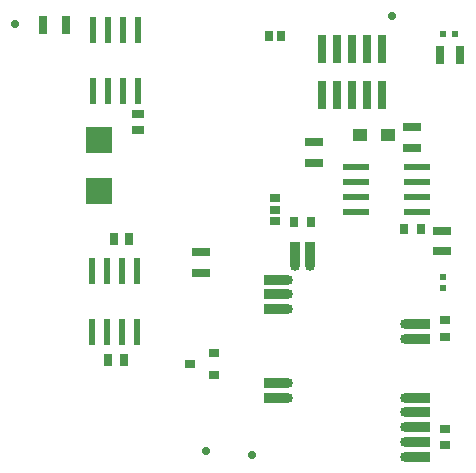
<source format=gtp>
%FSLAX24Y24*%
%MOIN*%
G70*
G01*
G75*
G04 Layer_Color=8421504*
%ADD10C,0.0098*%
%ADD11C,0.0276*%
%ADD12R,0.0236X0.0886*%
%ADD13R,0.0299X0.0945*%
%ADD14R,0.0315X0.0354*%
%ADD15R,0.0886X0.0236*%
%ADD16R,0.0846X0.0335*%
%ADD17C,0.0335*%
%ADD18R,0.0335X0.0846*%
%ADD19R,0.0315X0.0630*%
%ADD20R,0.0394X0.0276*%
%ADD21R,0.0236X0.0197*%
%ADD22R,0.0197X0.0236*%
%ADD23R,0.0276X0.0394*%
%ADD24R,0.0354X0.0315*%
%ADD25R,0.0906X0.0906*%
%ADD26R,0.0492X0.0433*%
%ADD27R,0.0354X0.0315*%
%ADD28R,0.0591X0.0295*%
%ADD29R,0.0295X0.0591*%
%ADD30C,0.0079*%
%ADD31C,0.0118*%
%ADD32C,0.0138*%
%ADD33C,0.0197*%
%ADD34O,0.0472X0.0394*%
%ADD35R,0.0472X0.0394*%
%ADD36O,0.0669X0.1181*%
%ADD37C,0.0380*%
%ADD38R,0.2165X0.0827*%
%ADD39R,0.0118X0.0295*%
%ADD40R,0.0480X0.0358*%
%ADD41R,0.0358X0.0480*%
%ADD42R,0.0630X0.1063*%
%ADD43R,0.0906X0.0236*%
%ADD44R,0.0630X0.0315*%
%ADD45C,0.0236*%
%ADD46C,0.0100*%
%ADD47C,0.0394*%
%ADD48C,0.0039*%
%ADD49C,0.0061*%
D11*
X591Y15039D02*
D03*
X6929Y787D02*
D03*
X13150Y15315D02*
D03*
X8465Y669D02*
D03*
D12*
X4648Y6811D02*
D03*
X4148D02*
D03*
X3648D02*
D03*
X4648Y4764D02*
D03*
X4148D02*
D03*
X3648D02*
D03*
X3148D02*
D03*
Y6811D02*
D03*
X4687Y14843D02*
D03*
X4187D02*
D03*
X3687D02*
D03*
X4687Y12795D02*
D03*
X4187D02*
D03*
X3687D02*
D03*
X3187D02*
D03*
Y14843D02*
D03*
D13*
X12311Y14193D02*
D03*
Y12657D02*
D03*
X12811Y14193D02*
D03*
Y12657D02*
D03*
X11811Y14193D02*
D03*
Y12657D02*
D03*
X11311Y14193D02*
D03*
Y12657D02*
D03*
X10811Y14193D02*
D03*
Y12657D02*
D03*
D14*
X9055Y14646D02*
D03*
X9449D02*
D03*
X14094Y8189D02*
D03*
X13543D02*
D03*
X10433Y8425D02*
D03*
X9882D02*
D03*
D15*
X13976Y10278D02*
D03*
Y9278D02*
D03*
Y9778D02*
D03*
Y8778D02*
D03*
X11929Y10278D02*
D03*
Y9778D02*
D03*
Y9278D02*
D03*
Y8778D02*
D03*
D16*
X14006Y5039D02*
D03*
Y2579D02*
D03*
Y2087D02*
D03*
Y4547D02*
D03*
Y1594D02*
D03*
Y610D02*
D03*
Y1102D02*
D03*
X9262Y6516D02*
D03*
Y6024D02*
D03*
Y5531D02*
D03*
Y3071D02*
D03*
Y2579D02*
D03*
D17*
X13583Y5039D02*
D03*
X10404Y6959D02*
D03*
X13583Y4547D02*
D03*
Y2579D02*
D03*
Y2087D02*
D03*
Y1594D02*
D03*
Y1102D02*
D03*
Y610D02*
D03*
X9911Y6959D02*
D03*
X9685Y6516D02*
D03*
Y6024D02*
D03*
Y5531D02*
D03*
Y2579D02*
D03*
Y3071D02*
D03*
D18*
X10404Y7382D02*
D03*
X9911D02*
D03*
D19*
X2283Y15001D02*
D03*
X1496D02*
D03*
D20*
X4685Y12028D02*
D03*
Y11516D02*
D03*
D21*
X15236Y14685D02*
D03*
X14843D02*
D03*
D22*
Y6220D02*
D03*
Y6614D02*
D03*
D23*
X4201Y3819D02*
D03*
X3689D02*
D03*
X4390Y7874D02*
D03*
X3878D02*
D03*
D24*
X14921Y5157D02*
D03*
Y4606D02*
D03*
X14921Y1535D02*
D03*
Y984D02*
D03*
X9242Y8455D02*
D03*
Y8848D02*
D03*
X9242Y9242D02*
D03*
D25*
X3386Y11171D02*
D03*
Y9469D02*
D03*
D26*
X13002Y11319D02*
D03*
X12077D02*
D03*
D27*
X7205Y4075D02*
D03*
Y3327D02*
D03*
X6417Y3701D02*
D03*
D28*
X6772Y7431D02*
D03*
Y6742D02*
D03*
X14803Y8140D02*
D03*
Y7451D02*
D03*
X13819Y11604D02*
D03*
Y10915D02*
D03*
X10551Y11093D02*
D03*
Y10404D02*
D03*
D29*
X15423Y14016D02*
D03*
X14734D02*
D03*
M02*

</source>
